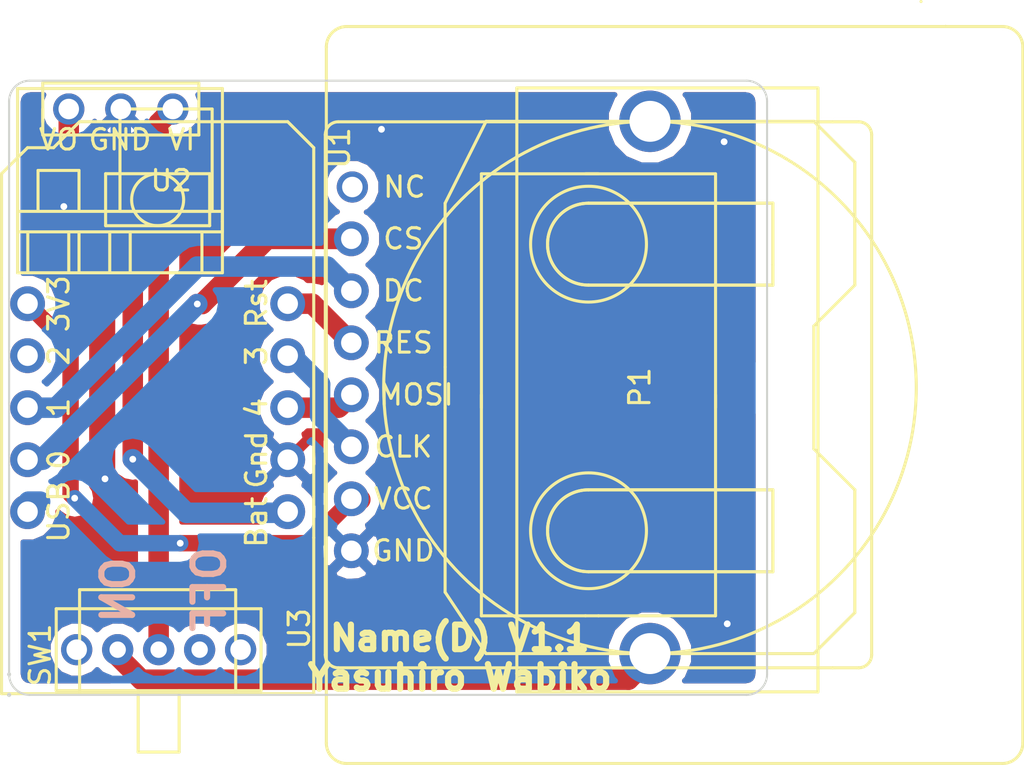
<source format=kicad_pcb>
(kicad_pcb (version 4) (host pcbnew 4.0.7)

  (general
    (links 13)
    (no_connects 1)
    (area 181.949999 70.957199 219.050001 101.057201)
    (thickness 1.6)
    (drawings 14)
    (tracks 80)
    (zones 0)
    (modules 5)
    (nets 14)
  )

  (page A4)
  (layers
    (0 F.Cu signal)
    (31 B.Cu signal)
    (32 B.Adhes user)
    (33 F.Adhes user)
    (34 B.Paste user)
    (35 F.Paste user)
    (36 B.SilkS user)
    (37 F.SilkS user)
    (38 B.Mask user)
    (39 F.Mask user)
    (40 Dwgs.User user)
    (41 Cmts.User user)
    (42 Eco1.User user)
    (43 Eco2.User user)
    (44 Edge.Cuts user)
    (45 Margin user)
    (46 B.CrtYd user)
    (47 F.CrtYd user)
    (48 B.Fab user)
    (49 F.Fab user)
  )

  (setup
    (last_trace_width 0.8)
    (user_trace_width 0.25)
    (user_trace_width 0.3)
    (user_trace_width 0.4)
    (user_trace_width 0.5)
    (user_trace_width 0.6)
    (user_trace_width 0.7)
    (user_trace_width 0.8)
    (user_trace_width 1)
    (trace_clearance 0.1524)
    (zone_clearance 0.508)
    (zone_45_only no)
    (trace_min 0.1524)
    (segment_width 0.2)
    (edge_width 0.15)
    (via_size 0.6858)
    (via_drill 0.3302)
    (via_min_size 0.6858)
    (via_min_drill 0.3302)
    (uvia_size 0.762)
    (uvia_drill 0.508)
    (uvias_allowed no)
    (uvia_min_size 0)
    (uvia_min_drill 0)
    (pcb_text_width 0.3)
    (pcb_text_size 1.5 1.5)
    (mod_edge_width 0.15)
    (mod_text_size 1 1)
    (mod_text_width 0.15)
    (pad_size 1.524 1.524)
    (pad_drill 0.762)
    (pad_to_mask_clearance 0.2)
    (aux_axis_origin 0 0)
    (visible_elements 7FFFFFFF)
    (pcbplotparams
      (layerselection 0x00030_80000001)
      (usegerberextensions false)
      (excludeedgelayer true)
      (linewidth 0.100000)
      (plotframeref false)
      (viasonmask false)
      (mode 1)
      (useauxorigin false)
      (hpglpennumber 1)
      (hpglpenspeed 20)
      (hpglpendiameter 15)
      (hpglpenoverlay 2)
      (psnegative false)
      (psa4output false)
      (plotreference true)
      (plotvalue true)
      (plotinvisibletext false)
      (padsonsilk false)
      (subtractmaskfromsilk false)
      (outputformat 1)
      (mirror false)
      (drillshape 1)
      (scaleselection 1)
      (outputdirectory ""))
  )

  (net 0 "")
  (net 1 GND)
  (net 2 "Net-(U1-Pad7)")
  (net 3 "Net-(U1-Pad10)")
  (net 4 "Net-(P1-Pad1)")
  (net 5 VBAT)
  (net 6 "Net-(SW1-Pad3)")
  (net 7 RST)
  (net 8 SCLK)
  (net 9 MOSI)
  (net 10 3V3)
  (net 11 DC)
  (net 12 CS)
  (net 13 VCC)

  (net_class Default "This is the default net class."
    (clearance 0.1524)
    (trace_width 0.1524)
    (via_dia 0.6858)
    (via_drill 0.3302)
    (uvia_dia 0.762)
    (uvia_drill 0.508)
    (add_net 3V3)
    (add_net CS)
    (add_net DC)
    (add_net GND)
    (add_net MOSI)
    (add_net "Net-(P1-Pad1)")
    (add_net "Net-(SW1-Pad3)")
    (add_net "Net-(U1-Pad10)")
    (add_net "Net-(U1-Pad7)")
    (add_net RST)
    (add_net SCLK)
    (add_net VBAT)
    (add_net VCC)
  )

  (module MyLibrary:Trinket_M0_NoHole (layer F.Cu) (tedit 59D9C892) (tstamp 59C5F65C)
    (at 195.6 81.9 270)
    (path /59DDA328)
    (fp_text reference U1 (at -7.605 -2.52 270) (layer F.SilkS)
      (effects (font (size 1 1) (thickness 0.15)))
    )
    (fp_text value Trinket_M0 (at 3.81 -2.54 270) (layer F.Fab)
      (effects (font (size 1 1) (thickness 0.15)))
    )
    (fp_text user USB (at 10.16 11.176 270) (layer F.SilkS)
      (effects (font (size 1 1) (thickness 0.15)))
    )
    (fp_text user Bat (at 10.668 1.524 270) (layer F.SilkS)
      (effects (font (size 1 1) (thickness 0.15)))
    )
    (fp_text user Gnd (at 7.62 1.524 270) (layer F.SilkS)
      (effects (font (size 1 1) (thickness 0.15)))
    )
    (fp_text user 4 (at 5.08 1.524 270) (layer F.SilkS)
      (effects (font (size 1 1) (thickness 0.15)))
    )
    (fp_text user 3 (at 2.54 1.524 270) (layer F.SilkS)
      (effects (font (size 1 1) (thickness 0.15)))
    )
    (fp_text user Rst (at 0 1.524 270) (layer F.SilkS)
      (effects (font (size 1 1) (thickness 0.15)))
    )
    (fp_text user 0 (at 7.62 11.176 270) (layer F.SilkS)
      (effects (font (size 1 1) (thickness 0.15)))
    )
    (fp_text user 1 (at 5.08 11.176 270) (layer F.SilkS)
      (effects (font (size 1 1) (thickness 0.15)))
    )
    (fp_text user 2 (at 2.54 11.176 270) (layer F.SilkS)
      (effects (font (size 1 1) (thickness 0.15)))
    )
    (fp_text user 3V3 (at 0 11.176 270) (layer F.SilkS)
      (effects (font (size 1 1) (thickness 0.15)))
    )
    (fp_line (start -6.35 3.81) (end -3.81 3.81) (layer F.SilkS) (width 0.15))
    (fp_line (start -3.81 3.81) (end -3.81 8.89) (layer F.SilkS) (width 0.15))
    (fp_line (start -3.81 8.89) (end -6.35 8.89) (layer F.SilkS) (width 0.15))
    (fp_line (start -6.35 8.89) (end -6.35 3.81) (layer F.SilkS) (width 0.15))
    (fp_circle (center -5.08 6.35) (end -3.81 6.35) (layer F.SilkS) (width 0.15))
    (fp_line (start 13.97 10.16) (end 17.78 10.16) (layer F.SilkS) (width 0.15))
    (fp_line (start 13.97 2.54) (end 17.78 2.54) (layer F.SilkS) (width 0.15))
    (fp_line (start 13.97 2.54) (end 13.97 10.16) (layer F.SilkS) (width 0.15))
    (fp_line (start 17.78 10.16) (end 19.05 10.16) (layer F.SilkS) (width 0.15))
    (fp_line (start 17.78 2.54) (end 19.05 2.54) (layer F.SilkS) (width 0.15))
    (fp_line (start 11.43 13.97) (end 19.05 13.97) (layer F.SilkS) (width 0.15))
    (fp_line (start 11.43 -1.27) (end 19.05 -1.27) (layer F.SilkS) (width 0.15))
    (fp_line (start -8.89 10.16) (end -7.62 11.43) (layer F.SilkS) (width 0.15))
    (fp_line (start -7.62 11.43) (end -7.62 12.7) (layer F.SilkS) (width 0.15))
    (fp_line (start -7.62 12.7) (end -6.35 13.97) (layer F.SilkS) (width 0.15))
    (fp_line (start -6.35 13.97) (end -1.27 13.97) (layer F.SilkS) (width 0.15))
    (fp_line (start -7.62 -1.27) (end -8.89 0) (layer F.SilkS) (width 0.15))
    (fp_line (start -8.89 0) (end -8.89 10.16) (layer F.SilkS) (width 0.15))
    (fp_line (start -7.62 -1.27) (end -1.27 -1.27) (layer F.SilkS) (width 0.15))
    (fp_line (start 19.05 -1.27) (end 19.05 13.97) (layer F.SilkS) (width 0.15))
    (fp_line (start -1.27 13.97) (end 11.43 13.97) (layer F.SilkS) (width 0.15))
    (fp_line (start -1.27 -1.27) (end 11.43 -1.27) (layer F.SilkS) (width 0.15))
    (pad 1 thru_hole circle (at 0 0 270) (size 1.7 1.7) (drill 1) (layers *.Cu *.Mask)
      (net 7 RST))
    (pad 2 thru_hole circle (at 2.54 0 270) (size 1.7 1.7) (drill 1) (layers *.Cu *.Mask)
      (net 8 SCLK))
    (pad 3 thru_hole circle (at 5.08 0 270) (size 1.7 1.7) (drill 1) (layers *.Cu *.Mask)
      (net 9 MOSI))
    (pad 4 thru_hole circle (at 7.62 0 270) (size 1.7 1.7) (drill 1) (layers *.Cu *.Mask)
      (net 1 GND))
    (pad 5 thru_hole circle (at 10.16 0 270) (size 1.7 1.7) (drill 1) (layers *.Cu *.Mask)
      (net 13 VCC))
    (pad 6 thru_hole circle (at 0 12.7 270) (size 1.7 1.7) (drill 1) (layers *.Cu *.Mask)
      (net 10 3V3))
    (pad 7 thru_hole circle (at 2.54 12.7 270) (size 1.7 1.7) (drill 1) (layers *.Cu *.Mask)
      (net 2 "Net-(U1-Pad7)"))
    (pad 8 thru_hole circle (at 5.08 12.7 270) (size 1.7 1.7) (drill 1) (layers *.Cu *.Mask)
      (net 11 DC))
    (pad 9 thru_hole circle (at 7.62 12.7 270) (size 1.7 1.7) (drill 1) (layers *.Cu *.Mask)
      (net 12 CS))
    (pad 10 thru_hole circle (at 10.16 12.7 270) (size 1.7 1.7) (drill 1) (layers *.Cu *.Mask)
      (net 3 "Net-(U1-Pad10)"))
  )

  (module MyLibrary:My_SPDT (layer F.Cu) (tedit 59D9C88A) (tstamp 59A9807C)
    (at 189.3 101.8)
    (path /59A97CEF)
    (fp_text reference SW1 (at -5.785 -2.74 90) (layer F.SilkS)
      (effects (font (size 1 1) (thickness 0.15)))
    )
    (fp_text value Switch_SPDT_x2 (at 0 -0.5) (layer F.Fab)
      (effects (font (size 1 1) (thickness 0.15)))
    )
    (fp_line (start -5 -5) (end 5 -5) (layer F.SilkS) (width 0.15))
    (fp_line (start 5 -5) (end 5 -1) (layer F.SilkS) (width 0.15))
    (fp_line (start 5 -1) (end -5 -1) (layer F.SilkS) (width 0.15))
    (fp_line (start -5 -1) (end -5 -5) (layer F.SilkS) (width 0.15))
    (fp_line (start -1 -1) (end -1 2) (layer F.SilkS) (width 0.15))
    (fp_line (start -1 2) (end 1 2) (layer F.SilkS) (width 0.15))
    (fp_line (start 1 2) (end 1 -1) (layer F.SilkS) (width 0.15))
    (pad 1 thru_hole circle (at -2 -3) (size 1.524 1.524) (drill 0.8) (layers *.Cu *.Mask)
      (net 4 "Net-(P1-Pad1)"))
    (pad 2 thru_hole circle (at 0 -3) (size 1.524 1.524) (drill 0.8) (layers *.Cu *.Mask)
      (net 5 VBAT))
    (pad 3 thru_hole circle (at 2 -3) (size 1.524 1.524) (drill 0.8) (layers *.Cu *.Mask)
      (net 6 "Net-(SW1-Pad3)"))
    (pad "" np_thru_hole circle (at -4 -3) (size 1.524 1.524) (drill 1) (layers *.Cu *.Mask))
    (pad "" np_thru_hole circle (at 4 -3) (size 1.524 1.524) (drill 1) (layers *.Cu *.Mask))
  )

  (module MyLibrary:DCDC_3V3_ALIBABA_VERT (layer F.Cu) (tedit 59D9C3EF) (tstamp 59D9C45A)
    (at 184.912 72.39)
    (path /59C5F371)
    (fp_text reference U2 (at 5 3.5) (layer F.SilkS)
      (effects (font (size 1 1) (thickness 0.15)))
    )
    (fp_text value DCDC_3V3_ALIBABA (at 4 -2) (layer F.Fab)
      (effects (font (size 1 1) (thickness 0.15)))
    )
    (fp_line (start -1.27 -1.27) (end 6.35 -1.27) (layer F.SilkS) (width 0.15))
    (fp_line (start 6.35 -1.27) (end 6.35 1.27) (layer F.SilkS) (width 0.15))
    (fp_line (start 6.35 1.27) (end -1.27 1.27) (layer F.SilkS) (width 0.15))
    (fp_line (start -1.27 1.27) (end -1.27 0) (layer F.SilkS) (width 0.15))
    (fp_line (start -1.27 -1.27) (end -1.27 0.635) (layer F.SilkS) (width 0.15))
    (fp_line (start -2.5 -1) (end 7.5 -1) (layer F.SilkS) (width 0.15))
    (fp_line (start 7.5 -1) (end 7.5 8) (layer F.SilkS) (width 0.15))
    (fp_line (start 7.5 8) (end -2.5 8) (layer F.SilkS) (width 0.15))
    (fp_line (start -2.5 8) (end -2.5 -1) (layer F.SilkS) (width 0.15))
    (fp_line (start 0 6) (end 0 8) (layer F.SilkS) (width 0.15))
    (fp_line (start 0 8) (end -2 8) (layer F.SilkS) (width 0.15))
    (fp_line (start -2 8) (end -2 6) (layer F.SilkS) (width 0.15))
    (fp_line (start 2 6) (end 2 8) (layer F.SilkS) (width 0.15))
    (fp_line (start 2 8) (end 0.5 8) (layer F.SilkS) (width 0.15))
    (fp_line (start 0.5 8) (end 0.5 6) (layer F.SilkS) (width 0.15))
    (fp_line (start 6.5 6) (end 6.5 8) (layer F.SilkS) (width 0.15))
    (fp_line (start 6.5 8) (end 3 8) (layer F.SilkS) (width 0.15))
    (fp_line (start 3 8) (end 3 6) (layer F.SilkS) (width 0.15))
    (fp_line (start 0.5 5) (end 0.5 3) (layer F.SilkS) (width 0.15))
    (fp_line (start 0.5 3) (end -1.5 3) (layer F.SilkS) (width 0.15))
    (fp_line (start -1.5 3) (end -1.5 5) (layer F.SilkS) (width 0.15))
    (fp_line (start 7.5 5) (end 7.5 5.5) (layer F.SilkS) (width 0.15))
    (fp_line (start 7.5 5.5) (end 7.5 6) (layer F.SilkS) (width 0.15))
    (fp_line (start 7.5 6) (end -2.5 6) (layer F.SilkS) (width 0.15))
    (fp_line (start -2.5 6) (end -2.5 5) (layer F.SilkS) (width 0.15))
    (fp_line (start -2.5 5) (end 7.5 5) (layer F.SilkS) (width 0.15))
    (fp_line (start 7 0) (end 7 5) (layer F.SilkS) (width 0.15))
    (fp_line (start 7 5) (end 2.5 5) (layer F.SilkS) (width 0.15))
    (fp_line (start 2.5 5) (end 2.5 0) (layer F.SilkS) (width 0.15))
    (fp_line (start 7 0) (end 2.5 0) (layer F.SilkS) (width 0.15))
    (fp_text user VI (at 5.5 1.5) (layer F.SilkS)
      (effects (font (size 1 1) (thickness 0.15)))
    )
    (fp_text user GND (at 2.5 1.5) (layer F.SilkS)
      (effects (font (size 1 1) (thickness 0.15)))
    )
    (fp_text user VO (at -0.5 1.5) (layer F.SilkS)
      (effects (font (size 1 1) (thickness 0.15)))
    )
    (pad 1 thru_hole circle (at 0 0) (size 1.524 1.524) (drill 1) (layers *.Cu *.Mask)
      (net 13 VCC))
    (pad 2 thru_hole circle (at 2.54 0) (size 1.524 1.524) (drill 1) (layers *.Cu *.Mask)
      (net 1 GND))
    (pad 3 thru_hole circle (at 5.08 0) (size 1.524 1.524) (drill 1) (layers *.Cu *.Mask)
      (net 5 VBAT))
  )

  (module MyLibrary:OLED_0.96_1.3_SPI (layer F.Cu) (tedit 59D46AEF) (tstamp 59D9C85B)
    (at 198.755 93.98 90)
    (path /59D9D4D9)
    (fp_text reference U3 (at -3.8 -2.59 90) (layer F.SilkS)
      (effects (font (size 1 1) (thickness 0.15)))
    )
    (fp_text value OLED_SPI (at 7.63 -2.59 90) (layer F.Fab)
      (effects (font (size 1 1) (thickness 0.15)))
    )
    (fp_text user NC (at 17.78 2.54 180) (layer F.SilkS)
      (effects (font (size 1 1) (thickness 0.15)))
    )
    (fp_line (start 22.62 8.03) (end 22.62 22.73) (layer F.SilkS) (width 0.15))
    (fp_line (start -6.88 8.03) (end 22.62 8.03) (layer F.SilkS) (width 0.15))
    (fp_line (start -6.88 8.03) (end -6.88 22.73) (layer F.SilkS) (width 0.15))
    (fp_line (start -6.88 22.73) (end 22.62 22.73) (layer F.SilkS) (width 0.15))
    (fp_arc (start 24.62 31.73) (end 25.62 31.73) (angle 90) (layer F.SilkS) (width 0.15))
    (fp_arc (start -9.38 31.73) (end -9.38 32.73) (angle 90) (layer F.SilkS) (width 0.15))
    (fp_arc (start 24.62 -0.27) (end 24.62 -1.27) (angle 90) (layer F.SilkS) (width 0.15))
    (fp_arc (start -9.38 -0.27) (end -10.38 -0.27) (angle 90) (layer F.SilkS) (width 0.15))
    (fp_line (start -9.38 32.73) (end 24.62 32.73) (layer F.SilkS) (width 0.15))
    (fp_line (start 25.62 -0.27) (end 25.62 31.73) (layer F.SilkS) (width 0.15))
    (fp_line (start -10.38 -0.27) (end -10.38 31.73) (layer F.SilkS) (width 0.15))
    (fp_line (start -9.38 -1.27) (end 24.62 -1.27) (layer F.SilkS) (width 0.15))
    (fp_line (start 26.84 27.76) (end 26.84 27.76) (layer F.SilkS) (width 0.15))
    (fp_line (start 25.63 28.96) (end 25.63 28.96) (layer F.SilkS) (width 0.15))
    (fp_text user CS (at 15.25 2.49 180) (layer F.SilkS)
      (effects (font (size 1 1) (thickness 0.15)))
    )
    (fp_text user DC (at 12.71 2.49 180) (layer F.SilkS)
      (effects (font (size 1 1) (thickness 0.15)))
    )
    (fp_text user RES (at 10.17 2.49 180) (layer F.SilkS)
      (effects (font (size 1 1) (thickness 0.15)))
    )
    (fp_text user MOSI (at 7.63 3.125 180) (layer F.SilkS)
      (effects (font (size 1 1) (thickness 0.15)))
    )
    (fp_text user CLK (at 5.09 2.49 180) (layer F.SilkS)
      (effects (font (size 1 1) (thickness 0.15)))
    )
    (fp_text user GND (at 0.01 2.49 180) (layer F.SilkS)
      (effects (font (size 1 1) (thickness 0.15)))
    )
    (fp_text user VCC (at 2.55 2.49 180) (layer F.SilkS)
      (effects (font (size 1 1) (thickness 0.15)))
    )
    (fp_line (start -3.165 12.015) (end -3.165 17.73) (layer F.SilkS) (width 0.15))
    (fp_line (start -3.165 17.73) (end 18.425 17.73) (layer F.SilkS) (width 0.15))
    (fp_line (start 18.425 17.73) (end 18.425 6.3) (layer F.SilkS) (width 0.15))
    (fp_line (start 18.425 6.3) (end -3.165 6.3) (layer F.SilkS) (width 0.15))
    (fp_line (start -3.165 6.3) (end -3.165 11.38) (layer F.SilkS) (width 0.15))
    (fp_line (start 7.63 17.73) (end 6.995 17.73) (layer F.SilkS) (width 0.15))
    (fp_line (start 7.63 6.3) (end 6.995 6.3) (layer F.SilkS) (width 0.15))
    (fp_line (start 18.425 12.015) (end 18.425 11.38) (layer F.SilkS) (width 0.15))
    (fp_line (start -3.165 12.015) (end -3.165 11.38) (layer F.SilkS) (width 0.15))
    (fp_line (start -5.705 23.445) (end -5.705 24.715) (layer F.SilkS) (width 0.15))
    (fp_line (start 20.965 23.445) (end 20.965 24.715) (layer F.SilkS) (width 0.15))
    (fp_line (start 20.965 -0.685) (end 20.965 23.445) (layer F.SilkS) (width 0.15))
    (fp_line (start -5.07 -1.32) (end 20.33 -1.32) (layer F.SilkS) (width 0.15))
    (fp_line (start -5.705 23.445) (end -5.705 -0.685) (layer F.SilkS) (width 0.15))
    (fp_line (start 20.33 25.35) (end -5.07 25.35) (layer F.SilkS) (width 0.15))
    (fp_arc (start -5.07 -0.685) (end -5.705 -0.685) (angle 90) (layer F.SilkS) (width 0.15))
    (fp_arc (start 20.33 -0.685) (end 20.33 -1.32) (angle 90) (layer F.SilkS) (width 0.15))
    (fp_arc (start 20.33 24.715) (end 20.965 24.715) (angle 90) (layer F.SilkS) (width 0.15))
    (fp_arc (start -5.07 24.715) (end -5.07 25.35) (angle 90) (layer F.SilkS) (width 0.15))
    (pad 7 thru_hole circle (at 15.25 -0.05 90) (size 1.7 1.7) (drill 1) (layers *.Cu *.Mask)
      (net 12 CS))
    (pad 6 thru_hole circle (at 12.71 -0.05 90) (size 1.7 1.7) (drill 1) (layers *.Cu *.Mask)
      (net 11 DC))
    (pad 5 thru_hole circle (at 10.17 -0.05 90) (size 1.7 1.7) (drill 1) (layers *.Cu *.Mask)
      (net 7 RST))
    (pad 1 thru_hole circle (at 0.01 -0.05 90) (size 1.7 1.7) (drill 1) (layers *.Cu *.Mask)
      (net 1 GND))
    (pad 2 thru_hole circle (at 2.55 -0.05 90) (size 1.7 1.7) (drill 1) (layers *.Cu *.Mask)
      (net 10 3V3))
    (pad 3 thru_hole circle (at 5.09 -0.05 90) (size 1.7 1.7) (drill 1) (layers *.Cu *.Mask)
      (net 8 SCLK))
    (pad 4 thru_hole circle (at 7.63 -0.05 90) (size 1.7 1.7) (drill 1) (layers *.Cu *.Mask)
      (net 9 MOSI))
    (pad "" thru_hole circle (at 17.78 0 90) (size 1.524 1.524) (drill 1) (layers *.Cu *.Mask))
  )

  (module MyLibrary:CR2450_HOLDER_V2 (layer F.Cu) (tedit 59A8F356) (tstamp 59D9CB03)
    (at 213.2838 85.9917 270)
    (path /59A8375C)
    (fp_text reference P1 (at 0 0.5 270) (layer F.SilkS)
      (effects (font (size 1 1) (thickness 0.15)))
    )
    (fp_text value CONN_01X02 (at 0 -0.5 270) (layer F.Fab)
      (effects (font (size 1 1) (thickness 0.15)))
    )
    (fp_circle (center 0 0) (end 0 -13) (layer F.SilkS) (width 0.15))
    (fp_line (start 13 8) (end 13 -8) (layer F.SilkS) (width 0.15))
    (fp_line (start 10 10) (end 1 10) (layer F.SilkS) (width 0.15))
    (fp_line (start 10 10) (end 13 8) (layer F.SilkS) (width 0.15))
    (fp_line (start -13 8) (end -13 -8) (layer F.SilkS) (width 0.15))
    (fp_line (start -9 10) (end -1 10) (layer F.SilkS) (width 0.15))
    (fp_line (start -13 8) (end -9 10) (layer F.SilkS) (width 0.15))
    (fp_circle (center 7 3) (end 9 5) (layer F.SilkS) (width 0.15))
    (fp_circle (center -7 3) (end -5 5) (layer F.SilkS) (width 0.15))
    (fp_line (start 5 -6) (end 8 -6) (layer F.SilkS) (width 0.15))
    (fp_line (start 9 -6) (end 9 3) (layer F.SilkS) (width 0.15))
    (fp_line (start 8 -6) (end 9 -6) (layer F.SilkS) (width 0.15))
    (fp_line (start 5 -6) (end 5 3) (layer F.SilkS) (width 0.15))
    (fp_arc (start 7 3) (end 7 5) (angle 90) (layer F.SilkS) (width 0.15))
    (fp_arc (start 7 3) (end 9 3) (angle 90) (layer F.SilkS) (width 0.15))
    (fp_arc (start 7 3) (end 9 3) (angle 90) (layer F.SilkS) (width 0.15))
    (fp_arc (start 7 3) (end 7 5) (angle 90) (layer F.SilkS) (width 0.15))
    (fp_line (start 5 -6) (end 5 3) (layer F.SilkS) (width 0.15))
    (fp_line (start 8 -6) (end 9 -6) (layer F.SilkS) (width 0.15))
    (fp_line (start 9 -6) (end 9 3) (layer F.SilkS) (width 0.15))
    (fp_line (start 5 -6) (end 8 -6) (layer F.SilkS) (width 0.15))
    (fp_line (start -9 -6) (end -6 -6) (layer F.SilkS) (width 0.15))
    (fp_line (start -5 -6) (end -5 3) (layer F.SilkS) (width 0.15))
    (fp_line (start -6 -6) (end -5 -6) (layer F.SilkS) (width 0.15))
    (fp_line (start -9 -6) (end -9 3) (layer F.SilkS) (width 0.15))
    (fp_arc (start -7 3) (end -7 5) (angle 90) (layer F.SilkS) (width 0.15))
    (fp_arc (start -7 3) (end -5 3) (angle 90) (layer F.SilkS) (width 0.15))
    (fp_arc (start -7 3) (end -5 3) (angle 90) (layer F.SilkS) (width 0.15))
    (fp_arc (start -7 3) (end -7 5) (angle 90) (layer F.SilkS) (width 0.15))
    (fp_line (start -9 -6) (end -9 3) (layer F.SilkS) (width 0.15))
    (fp_line (start -6 -6) (end -5 -6) (layer F.SilkS) (width 0.15))
    (fp_line (start -5 -6) (end -5 3) (layer F.SilkS) (width 0.15))
    (fp_line (start -9 -6) (end -6 -6) (layer F.SilkS) (width 0.15))
    (fp_line (start -13 -8) (end -11 -10) (layer F.SilkS) (width 0.15))
    (fp_line (start -11 -10) (end -5 -10) (layer F.SilkS) (width 0.15))
    (fp_line (start -5 -10) (end -3 -8) (layer F.SilkS) (width 0.15))
    (fp_line (start -3 -8) (end 3 -8) (layer F.SilkS) (width 0.15))
    (fp_line (start 3 -8) (end 5 -10) (layer F.SilkS) (width 0.15))
    (fp_line (start 5 -10) (end 11 -10) (layer F.SilkS) (width 0.15))
    (fp_line (start 11 -10) (end 13 -8) (layer F.SilkS) (width 0.15))
    (fp_line (start -1 10) (end 1 10) (layer F.SilkS) (width 0.15))
    (pad 1 thru_hole circle (at -13 0 270) (size 3 3) (drill 2) (layers *.Cu *.Mask)
      (net 4 "Net-(P1-Pad1)"))
    (pad 1 thru_hole circle (at 13 0 270) (size 3 3) (drill 2) (layers *.Cu *.Mask)
      (net 4 "Net-(P1-Pad1)"))
    (pad 2 smd circle (at 0 0 270) (size 9 9) (layers F.Cu F.Paste F.Mask)
      (net 1 GND))
  )

  (gr_line (start 219 72.0072) (end 219 100.0072) (layer Edge.Cuts) (width 0.1))
  (gr_line (start 182 100.0072) (end 182 72.0072) (layer Edge.Cuts) (width 0.1))
  (gr_line (start 183 71.0072) (end 218 71.0072) (layer Edge.Cuts) (width 0.1))
  (gr_arc (start 218 72.0072) (end 219 72.0072) (angle -90) (layer Edge.Cuts) (width 0.1))
  (gr_arc (start 183 72.0072) (end 183 71.0072) (angle -90) (layer Edge.Cuts) (width 0.1))
  (gr_line (start 183 101.0072) (end 218 101.0072) (layer Edge.Cuts) (width 0.1))
  (gr_arc (start 218 100.0072) (end 218 101.0072) (angle -90) (layer Edge.Cuts) (width 0.1))
  (gr_arc (start 183 100.0072) (end 182 100.0072) (angle -90) (layer Edge.Cuts) (width 0.1))
  (gr_arc (start 182 100.0072) (end 182 100.0072) (angle -0) (layer Edge.Cuts) (width 0.1))
  (gr_arc (start 182 101.0072) (end 182 101.0072) (angle -0) (layer Edge.Cuts) (width 0.1))
  (gr_arc (start 182 101.0072) (end 182 101.0072) (angle -0) (layer Edge.Cuts) (width 0.1))
  (gr_text OFF (at 191.77 95.885 90) (layer B.SilkS)
    (effects (font (size 1.5 1.5) (thickness 0.3)) (justify mirror))
  )
  (gr_text ON (at 187.325 95.885 90) (layer B.SilkS)
    (effects (font (size 1.5 1.5) (thickness 0.3)) (justify mirror))
  )
  (gr_text "Name(D) V1.1\nYasuhiro Wabiko" (at 204 99.2) (layer F.SilkS)
    (effects (font (size 1.2 1.2) (thickness 0.3)))
  )

  (segment (start 213.2838 80.5434) (end 211.9884 80.5434) (width 1) (layer F.Cu) (net 1))
  (via (at 200.1774 73.3806) (size 0.6858) (drill 0.3302) (layers F.Cu B.Cu) (net 1))
  (segment (start 204.8256 73.3806) (end 200.1774 73.3806) (width 1) (layer F.Cu) (net 1) (tstamp 59D9CB6E))
  (segment (start 211.9884 80.5434) (end 204.8256 73.3806) (width 1) (layer F.Cu) (net 1) (tstamp 59D9CB6D))
  (segment (start 213.2838 85.9917) (end 213.2838 90.9447) (width 1) (layer F.Cu) (net 1))
  (via (at 217.0557 97.536) (size 0.6858) (drill 0.3302) (layers F.Cu B.Cu) (net 1))
  (segment (start 217.0557 94.7166) (end 217.0557 97.536) (width 1) (layer F.Cu) (net 1) (tstamp 59D9CB49))
  (segment (start 213.2838 90.9447) (end 217.0557 94.7166) (width 1) (layer F.Cu) (net 1) (tstamp 59D9CB48))
  (segment (start 213.2838 85.9917) (end 213.2838 80.5434) (width 1) (layer F.Cu) (net 1))
  (via (at 216.9033 73.9902) (size 0.6858) (drill 0.3302) (layers F.Cu B.Cu) (net 1))
  (segment (start 216.9033 76.9239) (end 216.9033 73.9902) (width 1) (layer F.Cu) (net 1) (tstamp 59D9CB43))
  (segment (start 213.2838 80.5434) (end 216.9033 76.9239) (width 1) (layer F.Cu) (net 1) (tstamp 59D9CB3E))
  (segment (start 184.6707 77.1525) (end 184.6707 78.5749) (width 1) (layer F.Cu) (net 1))
  (segment (start 187.452 74.3712) (end 184.6707 77.1525) (width 1) (layer B.Cu) (net 1) (tstamp 59D9CA0F))
  (via (at 184.6707 77.1525) (size 0.6858) (drill 0.3302) (layers F.Cu B.Cu) (net 1))
  (segment (start 187.452 72.39) (end 187.452 74.3712) (width 1) (layer B.Cu) (net 1))
  (segment (start 186.6296 90.5066) (end 186.6296 90.5193) (width 1) (layer B.Cu) (net 1) (tstamp 59D9CA2D))
  (segment (start 186.6804 90.4558) (end 186.6296 90.5066) (width 1) (layer B.Cu) (net 1) (tstamp 59D9CA2C))
  (via (at 186.6804 90.4558) (size 0.6858) (drill 0.3302) (layers F.Cu B.Cu) (net 1))
  (segment (start 186.6804 79.5846) (end 186.6804 90.4558) (width 1) (layer F.Cu) (net 1) (tstamp 59D9CA27))
  (segment (start 184.6707 78.5749) (end 186.6804 79.5846) (width 1) (layer F.Cu) (net 1) (tstamp 59D9CA26))
  (segment (start 182.9435 91.567) (end 183.515 91.567) (width 1) (layer B.Cu) (net 3) (status 30))
  (segment (start 187.3 98.8) (end 187.3 99.1112) (width 1) (layer F.Cu) (net 4))
  (segment (start 187.3 99.1112) (end 188.4553 100.2665) (width 1) (layer F.Cu) (net 4) (tstamp 59D9C8EA))
  (segment (start 212.2335 100.2665) (end 213.6 98.9) (width 1) (layer F.Cu) (net 4) (tstamp 59D9C8EC))
  (segment (start 188.4553 100.2665) (end 212.2335 100.2665) (width 1) (layer F.Cu) (net 4) (tstamp 59D9C8EB))
  (segment (start 213.6 98.9) (end 213.6 99.15) (width 0.8) (layer F.Cu) (net 4))
  (segment (start 189.3 98.8) (end 189.3 73.082) (width 1) (layer F.Cu) (net 5))
  (segment (start 189.3 73.082) (end 189.992 72.39) (width 1) (layer F.Cu) (net 5) (tstamp 59D9C8F4))
  (segment (start 195.6 81.9) (end 196.795 81.9) (width 1) (layer F.Cu) (net 7))
  (segment (start 196.795 81.9) (end 198.705 83.81) (width 1) (layer F.Cu) (net 7) (tstamp 59D9C930))
  (segment (start 196.87 81.9) (end 198.82 83.85) (width 0.8) (layer F.Cu) (net 7) (tstamp 59D9C360))
  (segment (start 198.77 83.9) (end 198.82 83.85) (width 1) (layer F.Cu) (net 7) (tstamp 59C5F731) (status 30))
  (segment (start 195.6 81.9) (end 196.87 81.9) (width 0.8) (layer F.Cu) (net 7))
  (segment (start 195.6 84.44) (end 195.79 84.44) (width 1) (layer B.Cu) (net 8))
  (segment (start 195.79 84.44) (end 197.1802 85.8302) (width 1) (layer B.Cu) (net 8) (tstamp 59D9C93A))
  (segment (start 197.1802 87.3652) (end 198.705 88.89) (width 1) (layer B.Cu) (net 8) (tstamp 59D9C93F))
  (segment (start 197.1802 85.8302) (end 197.1802 87.3652) (width 1) (layer B.Cu) (net 8) (tstamp 59D9C93C))
  (segment (start 197.225 87.335) (end 198.82 88.93) (width 0.8) (layer B.Cu) (net 8) (tstamp 59D9C365))
  (segment (start 195.79 84.44) (end 197.225 85.875) (width 0.8) (layer B.Cu) (net 8) (tstamp 59D9C363))
  (segment (start 197.225 85.875) (end 197.225 87.335) (width 0.8) (layer B.Cu) (net 8) (tstamp 59D9C364))
  (segment (start 195.6 86.98) (end 198.075 86.98) (width 1) (layer F.Cu) (net 9))
  (segment (start 198.075 86.98) (end 198.705 86.35) (width 1) (layer F.Cu) (net 9) (tstamp 59D9C933))
  (segment (start 198.23 86.98) (end 198.82 86.39) (width 0.8) (layer F.Cu) (net 9) (tstamp 59D9C35D))
  (segment (start 195.6 86.98) (end 198.23 86.98) (width 0.8) (layer F.Cu) (net 9))
  (segment (start 198.705 91.43) (end 198.705 91.495) (width 0.8) (layer F.Cu) (net 10))
  (segment (start 198.705 91.495) (end 196.6 93.6) (width 0.8) (layer F.Cu) (net 10) (tstamp 59DDA312))
  (segment (start 196.6 93.6) (end 190.352402 93.6) (width 0.8) (layer F.Cu) (net 10) (tstamp 59DDA316))
  (via (at 190.352402 93.6) (size 0.6858) (drill 0.3302) (layers F.Cu B.Cu) (net 10))
  (segment (start 190.352402 93.6) (end 187.4 93.6) (width 0.8) (layer B.Cu) (net 10) (tstamp 59DDA31E))
  (segment (start 187.4 93.6) (end 185.2 91.4) (width 0.8) (layer B.Cu) (net 10) (tstamp 59DDA31F))
  (via (at 185.2 91.4) (size 0.6858) (drill 0.3302) (layers F.Cu B.Cu) (net 10))
  (segment (start 185.2 91.4) (end 185 91.2) (width 0.8) (layer F.Cu) (net 10) (tstamp 59DDA325))
  (segment (start 185 91.2) (end 185 84) (width 0.8) (layer F.Cu) (net 10) (tstamp 59DDA326))
  (segment (start 185 84) (end 182.9 81.9) (width 0.8) (layer F.Cu) (net 10) (tstamp 59DDA327))
  (segment (start 198.82 91.47) (end 199.145 91.47) (width 1) (layer F.Cu) (net 10) (status 30))
  (segment (start 182.9 86.98) (end 184.292 86.98) (width 1) (layer B.Cu) (net 11))
  (segment (start 197.5212 80.0862) (end 198.705 81.27) (width 1) (layer B.Cu) (net 11) (tstamp 59D9CA05))
  (segment (start 191.1858 80.0862) (end 197.5212 80.0862) (width 1) (layer B.Cu) (net 11) (tstamp 59D9CA02))
  (segment (start 184.292 86.98) (end 191.1858 80.0862) (width 1) (layer B.Cu) (net 11) (tstamp 59D9C9FC))
  (segment (start 198.26 81.31) (end 198.82 81.31) (width 0.8) (layer B.Cu) (net 11) (tstamp 59D9C345))
  (segment (start 191.1858 81.915) (end 191.4144 81.915) (width 1) (layer F.Cu) (net 12))
  (segment (start 191.4144 81.915) (end 194.5994 78.73) (width 1) (layer F.Cu) (net 12) (tstamp 59D9C9EB))
  (segment (start 194.5994 78.73) (end 198.705 78.73) (width 1) (layer F.Cu) (net 12) (tstamp 59D9C9EC))
  (segment (start 198.705 78.73) (end 194.5994 78.73) (width 1) (layer F.Cu) (net 12))
  (segment (start 194.5994 78.73) (end 191.4144 81.915) (width 1) (layer F.Cu) (net 12) (tstamp 59D9C9E7))
  (segment (start 191.1858 81.915) (end 183.5808 89.52) (width 1) (layer B.Cu) (net 12) (tstamp 59D9C9D4))
  (via (at 191.1858 81.915) (size 0.6858) (drill 0.3302) (layers F.Cu B.Cu) (net 12))
  (segment (start 191.4144 81.915) (end 191.1858 81.915) (width 1) (layer F.Cu) (net 12) (tstamp 59D9C9D2))
  (segment (start 194.5994 78.73) (end 191.4144 81.915) (width 1) (layer F.Cu) (net 12) (tstamp 59D9C9CF))
  (segment (start 183.5808 89.52) (end 182.9 89.52) (width 1) (layer B.Cu) (net 12) (tstamp 59D9C9D5))
  (segment (start 182.9 89.52) (end 183.6443 89.52) (width 1) (layer B.Cu) (net 12))
  (segment (start 198.374 78.74) (end 198.12 78.74) (width 1) (layer F.Cu) (net 12) (status 30))
  (segment (start 184.912 72.39) (end 184.912 73.8886) (width 1) (layer F.Cu) (net 13))
  (segment (start 184.912 73.8886) (end 188.0362 77.0128) (width 1) (layer F.Cu) (net 13) (tstamp 59D9C8F7))
  (segment (start 188.0362 77.0128) (end 188.0362 89.4969) (width 1) (layer F.Cu) (net 13) (tstamp 59D9C8F8))
  (via (at 188.0362 89.4969) (size 0.6858) (drill 0.3302) (layers F.Cu B.Cu) (net 13))
  (segment (start 188.0362 89.4969) (end 190.6524 92.1131) (width 1) (layer B.Cu) (net 13) (tstamp 59D9C8FA))
  (segment (start 190.6524 92.1131) (end 195.5469 92.1131) (width 1) (layer B.Cu) (net 13) (tstamp 59D9C8FB))
  (segment (start 195.5469 92.1131) (end 195.6 92.06) (width 1) (layer B.Cu) (net 13) (tstamp 59D9C8FC))

  (zone (net 1) (net_name GND) (layer B.Cu) (tstamp 59A8F457) (hatch edge 0.508)
    (connect_pads (clearance 0.508))
    (min_thickness 0.254)
    (fill yes (arc_segments 16) (thermal_gap 0.508) (thermal_bridge_width 0.508))
    (polygon
      (pts
        (xy 227.33 104.14) (xy 181.61 104.14) (xy 181.61 69.85) (xy 227.33 69.85)
      )
    )
    (filled_polygon
      (pts
        (xy 183.515243 72.1109) (xy 183.514758 72.666661) (xy 183.72699 73.180303) (xy 184.11963 73.573629) (xy 184.6329 73.786757)
        (xy 185.188661 73.787242) (xy 185.702303 73.57501) (xy 185.907457 73.370213) (xy 186.651392 73.370213) (xy 186.720857 73.612397)
        (xy 187.244302 73.799144) (xy 187.799368 73.771362) (xy 188.183143 73.612397) (xy 188.252608 73.370213) (xy 187.452 72.569605)
        (xy 186.651392 73.370213) (xy 185.907457 73.370213) (xy 186.095629 73.18237) (xy 186.175395 72.990273) (xy 186.229603 73.121143)
        (xy 186.471787 73.190608) (xy 187.272395 72.39) (xy 187.258253 72.375858) (xy 187.437858 72.196253) (xy 187.452 72.210395)
        (xy 187.466143 72.196253) (xy 187.645748 72.375858) (xy 187.631605 72.39) (xy 188.432213 73.190608) (xy 188.674397 73.121143)
        (xy 188.724509 72.980682) (xy 188.80699 73.180303) (xy 189.19963 73.573629) (xy 189.7129 73.786757) (xy 190.268661 73.787242)
        (xy 190.782303 73.57501) (xy 191.175629 73.18237) (xy 191.388757 72.6691) (xy 191.389242 72.113339) (xy 191.215231 71.6922)
        (xy 211.563587 71.6922) (xy 211.474891 71.780741) (xy 211.149172 72.565159) (xy 211.14843 73.414515) (xy 211.47278 74.1995)
        (xy 212.072841 74.800609) (xy 212.857259 75.126328) (xy 213.706615 75.12707) (xy 214.4916 74.80272) (xy 215.092709 74.202659)
        (xy 215.418428 73.418241) (xy 215.41917 72.568885) (xy 215.09482 71.7839) (xy 215.00328 71.6922) (xy 217.932534 71.6922)
        (xy 218.115409 71.728576) (xy 218.21325 71.793951) (xy 218.278624 71.89179) (xy 218.315 72.074666) (xy 218.315 99.939734)
        (xy 218.278624 100.12261) (xy 218.21325 100.220449) (xy 218.115409 100.285824) (xy 217.932534 100.3222) (xy 214.972959 100.3222)
        (xy 215.092709 100.202659) (xy 215.418428 99.418241) (xy 215.41917 98.568885) (xy 215.09482 97.7839) (xy 214.494759 97.182791)
        (xy 213.710341 96.857072) (xy 212.860985 96.85633) (xy 212.076 97.18068) (xy 211.474891 97.780741) (xy 211.149172 98.565159)
        (xy 211.14843 99.414515) (xy 211.47278 100.1995) (xy 211.595266 100.3222) (xy 183.067466 100.3222) (xy 182.88459 100.285824)
        (xy 182.786751 100.22045) (xy 182.721376 100.122609) (xy 182.685 99.939734) (xy 182.685 99.076661) (xy 183.902758 99.076661)
        (xy 184.11499 99.590303) (xy 184.50763 99.983629) (xy 185.0209 100.196757) (xy 185.576661 100.197242) (xy 186.090303 99.98501)
        (xy 186.300021 99.775658) (xy 186.50763 99.983629) (xy 187.0209 100.196757) (xy 187.576661 100.197242) (xy 188.090303 99.98501)
        (xy 188.300021 99.775658) (xy 188.50763 99.983629) (xy 189.0209 100.196757) (xy 189.576661 100.197242) (xy 190.090303 99.98501)
        (xy 190.300021 99.775658) (xy 190.50763 99.983629) (xy 191.0209 100.196757) (xy 191.576661 100.197242) (xy 192.090303 99.98501)
        (xy 192.300021 99.775658) (xy 192.50763 99.983629) (xy 193.0209 100.196757) (xy 193.576661 100.197242) (xy 194.090303 99.98501)
        (xy 194.483629 99.59237) (xy 194.696757 99.0791) (xy 194.697242 98.523339) (xy 194.48501 98.009697) (xy 194.09237 97.616371)
        (xy 193.5791 97.403243) (xy 193.023339 97.402758) (xy 192.509697 97.61499) (xy 192.299979 97.824342) (xy 192.09237 97.616371)
        (xy 191.5791 97.403243) (xy 191.023339 97.402758) (xy 190.509697 97.61499) (xy 190.299979 97.824342) (xy 190.09237 97.616371)
        (xy 189.5791 97.403243) (xy 189.023339 97.402758) (xy 188.509697 97.61499) (xy 188.299979 97.824342) (xy 188.09237 97.616371)
        (xy 187.5791 97.403243) (xy 187.023339 97.402758) (xy 186.509697 97.61499) (xy 186.299979 97.824342) (xy 186.09237 97.616371)
        (xy 185.5791 97.403243) (xy 185.023339 97.402758) (xy 184.509697 97.61499) (xy 184.116371 98.00763) (xy 183.903243 98.5209)
        (xy 183.902758 99.076661) (xy 182.685 99.076661) (xy 182.685 95.013958) (xy 197.840647 95.013958) (xy 197.92092 95.265259)
        (xy 198.476279 95.466718) (xy 199.066458 95.440315) (xy 199.48908 95.265259) (xy 199.569353 95.013958) (xy 198.705 94.149605)
        (xy 197.840647 95.013958) (xy 182.685 95.013958) (xy 182.685 93.544813) (xy 183.194089 93.545257) (xy 183.740086 93.319656)
        (xy 184.158188 92.902283) (xy 184.384742 92.356681) (xy 184.384819 92.268916) (xy 184.473092 92.136804) (xy 186.668142 94.331853)
        (xy 186.668144 94.331856) (xy 186.812843 94.42854) (xy 187.003923 94.556215) (xy 187.4 94.635001) (xy 187.400005 94.635)
        (xy 190.352402 94.635) (xy 190.748479 94.556215) (xy 191.084258 94.331856) (xy 191.308617 93.996077) (xy 191.359299 93.741279)
        (xy 197.208282 93.741279) (xy 197.234685 94.331458) (xy 197.409741 94.75408) (xy 197.661042 94.834353) (xy 198.525395 93.97)
        (xy 198.884605 93.97) (xy 199.748958 94.834353) (xy 200.000259 94.75408) (xy 200.201718 94.198721) (xy 200.175315 93.608542)
        (xy 200.000259 93.18592) (xy 199.748958 93.105647) (xy 198.884605 93.97) (xy 198.525395 93.97) (xy 197.661042 93.105647)
        (xy 197.409741 93.18592) (xy 197.208282 93.741279) (xy 191.359299 93.741279) (xy 191.387402 93.6) (xy 191.317404 93.2481)
        (xy 194.687751 93.2481) (xy 194.757717 93.318188) (xy 195.303319 93.544742) (xy 195.894089 93.545257) (xy 196.440086 93.319656)
        (xy 196.858188 92.902283) (xy 197.084742 92.356681) (xy 197.085257 91.765911) (xy 196.859656 91.219914) (xy 196.442283 90.801812)
        (xy 196.394688 90.782049) (xy 196.464353 90.563958) (xy 195.6 89.699605) (xy 194.735647 90.563958) (xy 194.805181 90.78164)
        (xy 194.759914 90.800344) (xy 194.581848 90.9781) (xy 191.122533 90.9781) (xy 189.435712 89.291279) (xy 194.103282 89.291279)
        (xy 194.129685 89.881458) (xy 194.304741 90.30408) (xy 194.556042 90.384353) (xy 195.420395 89.52) (xy 194.556042 88.655647)
        (xy 194.304741 88.73592) (xy 194.103282 89.291279) (xy 189.435712 89.291279) (xy 188.838766 88.694334) (xy 188.470545 88.448297)
        (xy 188.0362 88.3619) (xy 187.601855 88.448297) (xy 187.233634 88.694334) (xy 186.987597 89.062555) (xy 186.9012 89.4969)
        (xy 186.987597 89.931245) (xy 187.233634 90.299466) (xy 189.499167 92.565) (xy 187.828711 92.565) (xy 185.931856 90.668144)
        (xy 185.596077 90.443785) (xy 185.2 90.364999) (xy 184.803923 90.443785) (xy 184.468144 90.668144) (xy 184.360686 90.828967)
        (xy 184.317566 90.764434) (xy 184.036909 90.576905) (xy 184.078646 90.568603) (xy 184.446866 90.322566) (xy 184.574734 90.131198)
        (xy 191.988366 82.717566) (xy 192.234403 82.349345) (xy 192.3208 81.915) (xy 192.234403 81.480655) (xy 192.061041 81.2212)
        (xy 194.273928 81.2212) (xy 194.115258 81.603319) (xy 194.114743 82.194089) (xy 194.340344 82.740086) (xy 194.757717 83.158188)
        (xy 194.785557 83.169748) (xy 194.759914 83.180344) (xy 194.341812 83.597717) (xy 194.115258 84.143319) (xy 194.114743 84.734089)
        (xy 194.340344 85.280086) (xy 194.757717 85.698188) (xy 194.785557 85.709748) (xy 194.759914 85.720344) (xy 194.341812 86.137717)
        (xy 194.115258 86.683319) (xy 194.114743 87.274089) (xy 194.340344 87.820086) (xy 194.757717 88.238188) (xy 194.805312 88.257951)
        (xy 194.735647 88.476042) (xy 195.6 89.340395) (xy 195.614143 89.326253) (xy 195.793748 89.505858) (xy 195.779605 89.52)
        (xy 196.643958 90.384353) (xy 196.895259 90.30408) (xy 197.096718 89.748721) (xy 197.070315 89.158542) (xy 196.895259 88.73592)
        (xy 196.64396 88.655648) (xy 196.754738 88.54487) (xy 197.219895 89.010027) (xy 197.219743 89.184089) (xy 197.445344 89.730086)
        (xy 197.862717 90.148188) (xy 197.890557 90.159748) (xy 197.864914 90.170344) (xy 197.446812 90.587717) (xy 197.220258 91.133319)
        (xy 197.219743 91.724089) (xy 197.445344 92.270086) (xy 197.862717 92.688188) (xy 197.910312 92.707951) (xy 197.840647 92.926042)
        (xy 198.705 93.790395) (xy 199.569353 92.926042) (xy 199.499819 92.70836) (xy 199.545086 92.689656) (xy 199.963188 92.272283)
        (xy 200.189742 91.726681) (xy 200.190257 91.135911) (xy 199.964656 90.589914) (xy 199.547283 90.171812) (xy 199.519443 90.160252)
        (xy 199.545086 90.149656) (xy 199.963188 89.732283) (xy 200.189742 89.186681) (xy 200.190257 88.595911) (xy 199.964656 88.049914)
        (xy 199.547283 87.631812) (xy 199.519443 87.620252) (xy 199.545086 87.609656) (xy 199.963188 87.192283) (xy 200.189742 86.646681)
        (xy 200.190257 86.055911) (xy 199.964656 85.509914) (xy 199.547283 85.091812) (xy 199.519443 85.080252) (xy 199.545086 85.069656)
        (xy 199.963188 84.652283) (xy 200.189742 84.106681) (xy 200.190257 83.515911) (xy 199.964656 82.969914) (xy 199.547283 82.551812)
        (xy 199.519443 82.540252) (xy 199.545086 82.529656) (xy 199.963188 82.112283) (xy 200.189742 81.566681) (xy 200.190257 80.975911)
        (xy 199.964656 80.429914) (xy 199.547283 80.011812) (xy 199.519443 80.000252) (xy 199.545086 79.989656) (xy 199.963188 79.572283)
        (xy 200.189742 79.026681) (xy 200.190257 78.435911) (xy 199.964656 77.889914) (xy 199.547283 77.471812) (xy 199.441516 77.427894)
        (xy 199.545303 77.38501) (xy 199.938629 76.99237) (xy 200.151757 76.4791) (xy 200.152242 75.923339) (xy 199.94001 75.409697)
        (xy 199.54737 75.016371) (xy 199.0341 74.803243) (xy 198.478339 74.802758) (xy 197.964697 75.01499) (xy 197.571371 75.40763)
        (xy 197.358243 75.9209) (xy 197.357758 76.476661) (xy 197.56999 76.990303) (xy 197.96263 77.383629) (xy 198.018567 77.406856)
        (xy 197.864914 77.470344) (xy 197.446812 77.887717) (xy 197.220258 78.433319) (xy 197.219807 78.9512) (xy 191.1858 78.9512)
        (xy 190.751454 79.037597) (xy 190.383233 79.283634) (xy 183.843581 85.823287) (xy 183.742283 85.721812) (xy 183.714443 85.710252)
        (xy 183.740086 85.699656) (xy 184.158188 85.282283) (xy 184.384742 84.736681) (xy 184.385257 84.145911) (xy 184.159656 83.599914)
        (xy 183.742283 83.181812) (xy 183.714443 83.170252) (xy 183.740086 83.159656) (xy 184.158188 82.742283) (xy 184.384742 82.196681)
        (xy 184.385257 81.605911) (xy 184.159656 81.059914) (xy 183.742283 80.641812) (xy 183.196681 80.415258) (xy 182.685 80.414812)
        (xy 182.685 72.074666) (xy 182.721376 71.891791) (xy 182.786751 71.79395) (xy 182.88459 71.728576) (xy 183.067466 71.6922)
        (xy 183.689102 71.6922)
      )
    )
  )
  (zone (net 1) (net_name GND) (layer F.Cu) (tstamp 59A8F467) (hatch edge 0.508)
    (connect_pads (clearance 0.508))
    (min_thickness 0.254)
    (fill yes (arc_segments 16) (thermal_gap 0.508) (thermal_bridge_width 0.508))
    (polygon
      (pts
        (xy 227.33 104.14) (xy 181.61 104.14) (xy 181.61 69.85) (xy 227.33 69.85)
      )
    )
    (filled_polygon
      (pts
        (xy 183.515243 72.1109) (xy 183.514758 72.666661) (xy 183.72699 73.180303) (xy 183.777 73.2304) (xy 183.777 73.8886)
        (xy 183.863397 74.322946) (xy 184.109434 74.691166) (xy 186.9012 77.482932) (xy 186.9012 89.4969) (xy 186.987597 89.931246)
        (xy 187.233634 90.299466) (xy 187.601854 90.545503) (xy 188.0362 90.6319) (xy 188.165 90.60628) (xy 188.165 97.689128)
        (xy 188.09237 97.616371) (xy 187.5791 97.403243) (xy 187.023339 97.402758) (xy 186.509697 97.61499) (xy 186.299979 97.824342)
        (xy 186.09237 97.616371) (xy 185.5791 97.403243) (xy 185.023339 97.402758) (xy 184.509697 97.61499) (xy 184.116371 98.00763)
        (xy 183.903243 98.5209) (xy 183.902758 99.076661) (xy 184.11499 99.590303) (xy 184.50763 99.983629) (xy 185.0209 100.196757)
        (xy 185.576661 100.197242) (xy 186.090303 99.98501) (xy 186.300021 99.775658) (xy 186.50763 99.983629) (xy 186.609666 100.025998)
        (xy 186.905868 100.3222) (xy 183.067466 100.3222) (xy 182.88459 100.285824) (xy 182.786751 100.22045) (xy 182.721376 100.122609)
        (xy 182.685 99.939734) (xy 182.685 93.544813) (xy 183.194089 93.545257) (xy 183.740086 93.319656) (xy 184.158188 92.902283)
        (xy 184.384742 92.356681) (xy 184.38501 92.048722) (xy 184.468145 92.131856) (xy 184.803923 92.356215) (xy 185.2 92.435001)
        (xy 185.596078 92.356215) (xy 185.931856 92.131856) (xy 186.156215 91.796078) (xy 186.235001 91.4) (xy 186.156215 91.003923)
        (xy 186.035 90.822511) (xy 186.035 84) (xy 186.005163 83.85) (xy 185.956215 83.603922) (xy 185.810108 83.385257)
        (xy 185.731856 83.268144) (xy 185.731853 83.268142) (xy 184.384982 81.92127) (xy 184.385257 81.605911) (xy 184.159656 81.059914)
        (xy 183.742283 80.641812) (xy 183.196681 80.415258) (xy 182.685 80.414812) (xy 182.685 72.074666) (xy 182.721376 71.891791)
        (xy 182.786751 71.79395) (xy 182.88459 71.728576) (xy 183.067466 71.6922) (xy 183.689102 71.6922)
      )
    )
    (filled_polygon
      (pts
        (xy 211.474891 71.780741) (xy 211.149172 72.565159) (xy 211.14843 73.414515) (xy 211.47278 74.1995) (xy 212.072841 74.800609)
        (xy 212.857259 75.126328) (xy 213.706615 75.12707) (xy 214.4916 74.80272) (xy 215.092709 74.202659) (xy 215.418428 73.418241)
        (xy 215.41917 72.568885) (xy 215.09482 71.7839) (xy 215.00328 71.6922) (xy 217.932534 71.6922) (xy 218.115409 71.728576)
        (xy 218.21325 71.793951) (xy 218.278624 71.89179) (xy 218.315 72.074666) (xy 218.315 84.748655) (xy 217.680213 83.148627)
        (xy 217.592892 83.017942) (xy 216.962355 82.49275) (xy 213.463405 85.9917) (xy 216.962355 89.49065) (xy 217.592892 88.965458)
        (xy 218.315 87.293568) (xy 218.315 99.939734) (xy 218.278624 100.12261) (xy 218.21325 100.220449) (xy 218.115409 100.285824)
        (xy 217.932534 100.3222) (xy 214.972959 100.3222) (xy 215.092709 100.202659) (xy 215.418428 99.418241) (xy 215.41917 98.568885)
        (xy 215.09482 97.7839) (xy 214.494759 97.182791) (xy 213.710341 96.857072) (xy 212.860985 96.85633) (xy 212.076 97.18068)
        (xy 211.474891 97.780741) (xy 211.149172 98.565159) (xy 211.148677 99.1315) (xy 194.674999 99.1315) (xy 194.696757 99.0791)
        (xy 194.697242 98.523339) (xy 194.48501 98.009697) (xy 194.09237 97.616371) (xy 193.5791 97.403243) (xy 193.023339 97.402758)
        (xy 192.509697 97.61499) (xy 192.299979 97.824342) (xy 192.09237 97.616371) (xy 191.5791 97.403243) (xy 191.023339 97.402758)
        (xy 190.509697 97.61499) (xy 190.435 97.689557) (xy 190.435 95.013958) (xy 197.840647 95.013958) (xy 197.92092 95.265259)
        (xy 198.476279 95.466718) (xy 199.066458 95.440315) (xy 199.48908 95.265259) (xy 199.569353 95.013958) (xy 198.705 94.149605)
        (xy 197.840647 95.013958) (xy 190.435 95.013958) (xy 190.435 94.635) (xy 196.599995 94.635) (xy 196.6 94.635001)
        (xy 196.996077 94.556215) (xy 197.255878 94.382623) (xy 197.409741 94.75408) (xy 197.661042 94.834353) (xy 198.525395 93.97)
        (xy 198.884605 93.97) (xy 199.748958 94.834353) (xy 200.000259 94.75408) (xy 200.201718 94.198721) (xy 200.175315 93.608542)
        (xy 200.000259 93.18592) (xy 199.748958 93.105647) (xy 198.884605 93.97) (xy 198.525395 93.97) (xy 198.511253 93.955858)
        (xy 198.690858 93.776253) (xy 198.705 93.790395) (xy 199.569353 92.926042) (xy 199.499819 92.70836) (xy 199.545086 92.689656)
        (xy 199.963188 92.272283) (xy 199.988523 92.21127) (xy 200.193603 91.904346) (xy 200.28 91.47) (xy 200.193603 91.035654)
        (xy 200.076283 90.860072) (xy 199.964656 90.589914) (xy 199.547283 90.171812) (xy 199.519443 90.160252) (xy 199.545086 90.149656)
        (xy 199.963188 89.732283) (xy 199.988944 89.670255) (xy 209.78485 89.670255) (xy 210.310042 90.300792) (xy 212.185423 91.11079)
        (xy 214.228023 91.141453) (xy 216.126873 90.388113) (xy 216.257558 90.300792) (xy 216.78275 89.670255) (xy 213.2838 86.171305)
        (xy 209.78485 89.670255) (xy 199.988944 89.670255) (xy 200.189742 89.186681) (xy 200.190257 88.595911) (xy 199.964656 88.049914)
        (xy 199.547283 87.631812) (xy 199.519443 87.620252) (xy 199.545086 87.609656) (xy 199.963188 87.192283) (xy 200.069638 86.935923)
        (xy 208.134047 86.935923) (xy 208.887387 88.834773) (xy 208.974708 88.965458) (xy 209.605245 89.49065) (xy 213.104195 85.9917)
        (xy 209.605245 82.49275) (xy 208.974708 83.017942) (xy 208.16471 84.893323) (xy 208.134047 86.935923) (xy 200.069638 86.935923)
        (xy 200.189742 86.646681) (xy 200.190257 86.055911) (xy 199.964656 85.509914) (xy 199.547283 85.091812) (xy 199.519443 85.080252)
        (xy 199.545086 85.069656) (xy 199.963188 84.652283) (xy 200.189742 84.106681) (xy 200.190257 83.515911) (xy 199.964656 82.969914)
        (xy 199.547283 82.551812) (xy 199.519443 82.540252) (xy 199.545086 82.529656) (xy 199.761975 82.313145) (xy 209.78485 82.313145)
        (xy 213.2838 85.812095) (xy 216.78275 82.313145) (xy 216.257558 81.682608) (xy 214.382177 80.87261) (xy 212.339577 80.841947)
        (xy 210.440727 81.595287) (xy 210.310042 81.682608) (xy 209.78485 82.313145) (xy 199.761975 82.313145) (xy 199.963188 82.112283)
        (xy 200.189742 81.566681) (xy 200.190257 80.975911) (xy 199.964656 80.429914) (xy 199.547283 80.011812) (xy 199.519443 80.000252)
        (xy 199.545086 79.989656) (xy 199.963188 79.572283) (xy 200.189742 79.026681) (xy 200.190257 78.435911) (xy 199.964656 77.889914)
        (xy 199.547283 77.471812) (xy 199.441516 77.427894) (xy 199.545303 77.38501) (xy 199.938629 76.99237) (xy 200.151757 76.4791)
        (xy 200.152242 75.923339) (xy 199.94001 75.409697) (xy 199.54737 75.016371) (xy 199.0341 74.803243) (xy 198.478339 74.802758)
        (xy 197.964697 75.01499) (xy 197.571371 75.40763) (xy 197.358243 75.9209) (xy 197.357758 76.476661) (xy 197.56999 76.990303)
        (xy 197.96263 77.383629) (xy 198.018567 77.406856) (xy 197.864914 77.470344) (xy 197.74004 77.595) (xy 194.5994 77.595)
        (xy 194.165054 77.681397) (xy 193.856275 77.887717) (xy 193.796834 77.927434) (xy 190.884295 80.839973) (xy 190.751454 80.866397)
        (xy 190.435 81.077845) (xy 190.435 73.718512) (xy 190.782303 73.57501) (xy 191.175629 73.18237) (xy 191.388757 72.6691)
        (xy 191.389242 72.113339) (xy 191.215231 71.6922) (xy 211.563587 71.6922)
      )
    )
    (filled_polygon
      (pts
        (xy 197.862717 79.988188) (xy 197.890557 79.999748) (xy 197.864914 80.010344) (xy 197.446812 80.427717) (xy 197.261863 80.873124)
        (xy 197.229346 80.851397) (xy 196.795 80.765) (xy 196.565256 80.765) (xy 196.442283 80.641812) (xy 195.896681 80.415258)
        (xy 195.305911 80.414743) (xy 194.759914 80.640344) (xy 194.341812 81.057717) (xy 194.115258 81.603319) (xy 194.114743 82.194089)
        (xy 194.340344 82.740086) (xy 194.757717 83.158188) (xy 194.785557 83.169748) (xy 194.759914 83.180344) (xy 194.341812 83.597717)
        (xy 194.115258 84.143319) (xy 194.114743 84.734089) (xy 194.340344 85.280086) (xy 194.757717 85.698188) (xy 194.785557 85.709748)
        (xy 194.759914 85.720344) (xy 194.341812 86.137717) (xy 194.115258 86.683319) (xy 194.114743 87.274089) (xy 194.340344 87.820086)
        (xy 194.757717 88.238188) (xy 194.805312 88.257951) (xy 194.735647 88.476042) (xy 195.6 89.340395) (xy 196.464353 88.476042)
        (xy 196.394819 88.25836) (xy 196.440086 88.239656) (xy 196.56496 88.115) (xy 197.418874 88.115) (xy 197.220258 88.593319)
        (xy 197.219743 89.184089) (xy 197.445344 89.730086) (xy 197.862717 90.148188) (xy 197.890557 90.159748) (xy 197.864914 90.170344)
        (xy 197.446812 90.587717) (xy 197.220258 91.133319) (xy 197.219924 91.516365) (xy 197.051668 91.68462) (xy 196.859656 91.219914)
        (xy 196.442283 90.801812) (xy 196.394688 90.782049) (xy 196.464353 90.563958) (xy 195.6 89.699605) (xy 194.735647 90.563958)
        (xy 194.805181 90.78164) (xy 194.759914 90.800344) (xy 194.341812 91.217717) (xy 194.115258 91.763319) (xy 194.114743 92.354089)
        (xy 194.20189 92.565) (xy 190.435 92.565) (xy 190.435 89.291279) (xy 194.103282 89.291279) (xy 194.129685 89.881458)
        (xy 194.304741 90.30408) (xy 194.556042 90.384353) (xy 195.420395 89.52) (xy 195.779605 89.52) (xy 196.643958 90.384353)
        (xy 196.895259 90.30408) (xy 197.096718 89.748721) (xy 197.070315 89.158542) (xy 196.895259 88.73592) (xy 196.643958 88.655647)
        (xy 195.779605 89.52) (xy 195.420395 89.52) (xy 194.556042 88.655647) (xy 194.304741 88.73592) (xy 194.103282 89.291279)
        (xy 190.435 89.291279) (xy 190.435 82.752155) (xy 190.751454 82.963603) (xy 191.1858 83.05) (xy 191.4144 83.05)
        (xy 191.848746 82.963603) (xy 192.216966 82.717566) (xy 195.069532 79.865) (xy 197.739744 79.865)
      )
    )
    (filled_polygon
      (pts
        (xy 187.645748 72.375858) (xy 187.631605 72.39) (xy 187.645748 72.404143) (xy 187.466143 72.583748) (xy 187.452 72.569605)
        (xy 186.651392 73.370213) (xy 186.720857 73.612397) (xy 187.244302 73.799144) (xy 187.799368 73.771362) (xy 188.165 73.619912)
        (xy 188.165 75.536468) (xy 186.047 73.418468) (xy 186.047 73.230914) (xy 186.095629 73.18237) (xy 186.175395 72.990273)
        (xy 186.229603 73.121143) (xy 186.471787 73.190608) (xy 187.272395 72.39) (xy 187.258253 72.375858) (xy 187.437858 72.196253)
        (xy 187.452 72.210395) (xy 187.466143 72.196253)
      )
    )
  )
)

</source>
